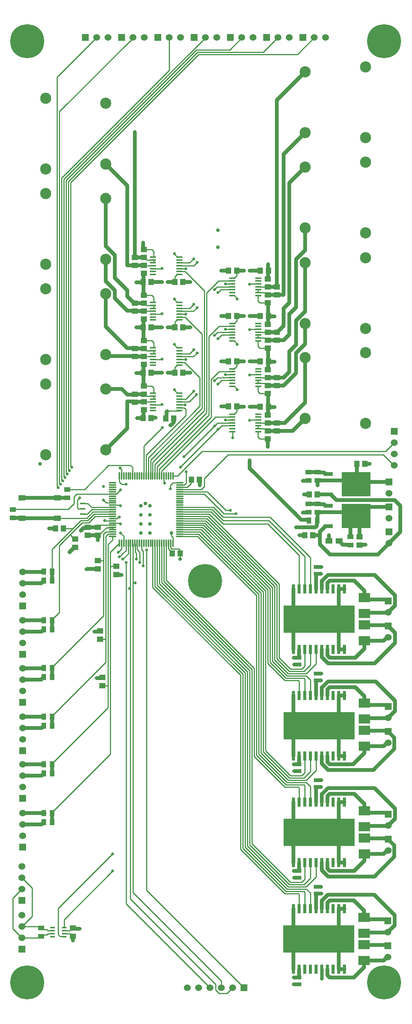
<source format=gtl>
G04*
G04 #@! TF.GenerationSoftware,Altium Limited,Altium Designer,19.0.14 (431)*
G04*
G04 Layer_Physical_Order=1*
G04 Layer_Color=255*
%FSLAX25Y25*%
%MOIN*%
G70*
G01*
G75*
%ADD10C,0.01000*%
%ADD30R,0.63000X0.24400*%
%ADD31R,0.02500X0.08300*%
%ADD44R,0.05512X0.01378*%
%ADD45R,0.03937X0.03543*%
%ADD46R,0.04528X0.05709*%
%ADD47R,0.05512X0.04134*%
%ADD48R,0.06102X0.05118*%
%ADD49R,0.25591X0.21654*%
%ADD50R,0.08268X0.03740*%
%ADD51R,0.04331X0.01575*%
%ADD52R,0.04724X0.01575*%
%ADD53R,0.09843X0.07874*%
%ADD54R,0.06000X0.05000*%
%ADD55R,0.05709X0.04528*%
%ADD56O,0.01181X0.07087*%
%ADD57O,0.07087X0.01181*%
%ADD58R,0.04134X0.05512*%
%ADD59C,0.03000*%
%ADD60C,0.03200*%
%ADD61C,0.06000*%
%ADD62R,0.06000X0.06000*%
%ADD63R,0.06000X0.06000*%
%ADD64C,0.30000*%
%ADD65C,0.09843*%
%ADD66C,0.03200*%
%ADD67C,0.02500*%
D10*
X143000Y821900D02*
Y851000D01*
X48000Y726900D02*
X143000Y821900D01*
X48000Y461000D02*
Y726900D01*
X169000Y836000D02*
X256100D01*
X271000Y850900D01*
Y851000D01*
X168000Y838000D02*
X226000D01*
X239000Y851000D01*
X196500Y840000D02*
X207000Y850500D01*
Y851000D01*
X174500Y850400D02*
Y851500D01*
X50000Y725900D02*
X174500Y850400D01*
X50000Y464000D02*
Y725900D01*
X109750Y849250D02*
X112250D01*
X46000Y785500D02*
X109750Y849250D01*
X46000Y458000D02*
Y785500D01*
X44000Y816000D02*
X79000Y851000D01*
X44000Y816000D02*
X44000Y455000D01*
X147843Y635488D02*
X147949Y635595D01*
X147843Y595366D02*
X148000Y595524D01*
X147843Y555366D02*
X148000Y555524D01*
X151917Y521716D02*
X152106Y521906D01*
X141385Y521716D02*
X151917D01*
X151909Y642028D02*
X152106D01*
X150039D02*
X151909D01*
X198468Y638811D02*
X200339D01*
X198272D02*
X198468D01*
X151909Y601905D02*
X152106D01*
X150039D02*
X151909D01*
X198468Y598811D02*
X200339D01*
X198272D02*
X198468D01*
X151909Y561905D02*
X152106D01*
X150039D02*
X151909D01*
X198468Y558811D02*
X200339D01*
X198272D02*
X198468D01*
Y518811D02*
X200339D01*
X198272D02*
X198468D01*
X341000Y473000D02*
Y474000D01*
X332000Y483000D02*
X341000Y474000D01*
X195000Y483000D02*
X332000D01*
X218000Y217000D02*
Y294500D01*
X140217Y372284D02*
X218000Y294500D01*
X140217Y372284D02*
Y404886D01*
X216000Y140000D02*
Y293500D01*
X138248Y371252D02*
X216000Y293500D01*
X138248Y371252D02*
Y404886D01*
X214000Y139000D02*
Y292500D01*
X136279Y370220D02*
X214000Y292500D01*
X136279Y370220D02*
Y404886D01*
X212000Y138000D02*
Y291500D01*
X134311Y369189D02*
X212000Y291500D01*
X134311Y369189D02*
Y404886D01*
X210000Y137000D02*
Y290500D01*
X132343Y368158D02*
X210000Y290500D01*
X132343Y368158D02*
Y404886D01*
X208000Y136000D02*
Y289500D01*
X130374Y367126D02*
X208000Y289500D01*
X130374Y367126D02*
Y404886D01*
X206000Y135000D02*
Y288500D01*
X128405Y366094D02*
X206000Y288500D01*
X128405Y366094D02*
Y404886D01*
X176520Y450480D02*
X193000Y434000D01*
X197000D01*
X191390Y431000D02*
X202000D01*
X199000Y498000D02*
Y502925D01*
X198468Y503457D02*
X199000Y502925D01*
X99600Y471111D02*
Y471200D01*
Y471111D02*
X100847Y469864D01*
Y464335D02*
Y469864D01*
X89201Y473500D02*
X109000D01*
X68181Y452480D02*
X89201Y473500D01*
X109000D02*
X110689Y471811D01*
X98878Y459122D02*
Y464335D01*
Y459122D02*
X101000Y457000D01*
X105000D01*
X110689Y464335D02*
Y471811D01*
X84900Y442900D02*
X87284Y440516D01*
X92776D01*
X168012Y410988D02*
X220000Y359000D01*
X152224Y410988D02*
X168012D01*
X169043Y412957D02*
X222000Y360000D01*
X152224Y412957D02*
X169043D01*
X108721Y91280D02*
Y365000D01*
Y404886D01*
X221236Y618563D02*
Y623457D01*
Y578563D02*
Y583457D01*
Y538563D02*
Y543457D01*
Y498563D02*
Y503457D01*
X129142Y657382D02*
Y662276D01*
Y617260D02*
Y622142D01*
Y577260D02*
Y582154D01*
Y537260D02*
Y541913D01*
X127492Y583803D02*
X129142Y582154D01*
X120492Y583803D02*
X127492D01*
X152106Y527024D02*
X157000D01*
X152106Y567024D02*
X157500D01*
X152106Y607024D02*
X157500D01*
X152106Y647146D02*
X157500D01*
X192500Y633693D02*
X198272D01*
X192500Y593693D02*
X198272D01*
X192500Y553693D02*
X198272D01*
X192500Y513693D02*
X198272D01*
X200272D01*
X198272Y593693D02*
X200272D01*
X198272Y553693D02*
X200272D01*
X202429Y640902D02*
Y645457D01*
X200339Y638811D02*
X202429Y640902D01*
X202500Y600973D02*
Y605386D01*
X202429Y605457D02*
X202500Y605386D01*
X200339Y598811D02*
X202500Y600973D01*
Y560972D02*
Y565386D01*
X202429Y565457D02*
X202500Y565386D01*
X200339Y558811D02*
X202500Y560972D01*
X202500Y520972D02*
Y525457D01*
X202429Y525528D02*
X202500Y525457D01*
X200339Y518811D02*
X202500Y520972D01*
X184000Y516252D02*
X198272D01*
X186000Y505457D02*
X189118Y508575D01*
X198272D01*
X183000Y508457D02*
X185677Y511134D01*
X198272D01*
X202599Y540744D02*
X202886Y540457D01*
X202599Y540744D02*
Y541196D01*
X200339Y543457D02*
X202599Y541196D01*
X198272Y543457D02*
X200339D01*
X186000Y545457D02*
X189118Y548575D01*
X198272D01*
X183000Y548457D02*
X185677Y551134D01*
X198272D01*
X186906Y556252D02*
X198272D01*
X202599Y580744D02*
X202886Y580457D01*
X202599Y580744D02*
Y581196D01*
X200339Y583457D02*
X202599Y581196D01*
X198272Y583457D02*
X200339D01*
X186000Y585457D02*
X189118Y588575D01*
X198272D01*
X183000Y588457D02*
X185677Y591134D01*
X198272D01*
X186906Y596252D02*
X198272D01*
X202599Y620744D02*
X202886Y620457D01*
X202599Y620744D02*
Y621197D01*
X200339Y623457D02*
X202599Y621197D01*
X198272Y623457D02*
X200339D01*
X186000Y626016D02*
X188559Y628575D01*
X198272D01*
X183000Y628766D02*
X185368Y631134D01*
X198272D01*
X186597Y636252D02*
X198272D01*
X141121Y521452D02*
X141385Y521716D01*
X122500Y482500D02*
X157500Y517500D01*
X122500Y464335D02*
Y482500D01*
X157500Y517500D02*
Y523000D01*
X148000Y555524D02*
Y559866D01*
X150039Y561905D01*
X147843Y555366D02*
X147949Y555260D01*
X148000Y595524D02*
Y599866D01*
X150039Y601905D01*
X147949Y635595D02*
Y639937D01*
X150039Y642028D01*
X156224Y524276D02*
X157500Y523000D01*
X152295Y524276D02*
X156224D01*
X152106Y524465D02*
X152295Y524276D01*
X147492Y540260D02*
X147779Y539973D01*
Y539520D02*
Y539973D01*
Y539520D02*
X150039Y537260D01*
X152106D01*
X160583Y529583D02*
X167000Y536000D01*
X152106Y529583D02*
X160583D01*
X157705Y532142D02*
X164563Y539000D01*
X152106Y532142D02*
X157705D01*
X152106Y564465D02*
X156672D01*
X147492Y580260D02*
X147779Y579973D01*
Y579520D02*
Y579973D01*
Y579520D02*
X150039Y577260D01*
X152106D01*
X164366Y569583D02*
X167563Y572780D01*
X152106Y569583D02*
X164366D01*
X160925Y572142D02*
X164563Y575779D01*
X152106Y572142D02*
X160925D01*
X147492Y620260D02*
X147779Y619973D01*
Y619520D02*
Y619973D01*
Y619520D02*
X150039Y617260D01*
X152106D01*
X164366Y609583D02*
X167563Y612780D01*
X152106Y609583D02*
X164366D01*
X160882Y612142D02*
X164520Y615779D01*
X152106Y612142D02*
X160882D01*
X152106Y604465D02*
X157000D01*
X152106Y644587D02*
X157000D01*
X150106Y649705D02*
X152106D01*
X164488D01*
X167563Y652779D01*
X150106Y652264D02*
X152106D01*
X161004D01*
X164520Y655780D01*
X147492Y659929D02*
Y660260D01*
Y659929D02*
X150039Y657382D01*
X152106D01*
X214122Y633693D02*
X221236D01*
Y626016D02*
X223500D01*
X221236D02*
Y628575D01*
X213886Y633457D02*
X214122Y633693D01*
X221236Y586016D02*
X223500D01*
X221236D02*
Y588575D01*
X213886Y593457D02*
X214122Y593693D01*
X221236D01*
X214122Y553693D02*
X221236D01*
Y546016D02*
X223500D01*
X221236D02*
Y548575D01*
X213886Y553457D02*
X214122Y553693D01*
X221236Y506016D02*
Y508575D01*
X214122Y513693D02*
X221236D01*
Y506016D02*
X223500D01*
X213886Y513457D02*
X214122Y513693D01*
X221236Y631134D02*
X223500D01*
X221236Y591134D02*
X223500D01*
X221236Y551134D02*
X223500D01*
X221236Y511134D02*
X223500D01*
Y631134D02*
X229654D01*
X223500Y626016D02*
X227323D01*
X223500Y586016D02*
X227268D01*
X223500Y591134D02*
X229654D01*
X223500Y551134D02*
X229654D01*
X223500Y546016D02*
X227268D01*
X223500Y506016D02*
X227268D01*
X223500Y511134D02*
X229795D01*
X129142Y652264D02*
Y654823D01*
X126878D02*
X129142D01*
X126878Y649705D02*
X129142D01*
X126878Y614701D02*
X129142D01*
Y612142D02*
Y614701D01*
X126878Y609583D02*
X129142D01*
X126878Y569583D02*
X129142D01*
Y572142D02*
Y574701D01*
X126878D02*
X129142D01*
X129130Y534713D02*
X129142Y534701D01*
Y532142D02*
Y534701D01*
X126878Y529583D02*
X129142D01*
X72000Y423000D02*
X77705Y428705D01*
X75642Y432642D02*
X92776D01*
X70142Y427142D02*
X75642Y432642D01*
X74532Y434610D02*
X92776D01*
X70547Y430626D02*
X74532Y434610D01*
X76673Y430673D02*
X92776D01*
X71000Y425000D02*
X76673Y430673D01*
X171327Y452327D02*
X174000Y455000D01*
X152224Y452327D02*
X171327D01*
X181905Y436579D02*
X190484Y428000D01*
X152224Y436579D02*
X181905D01*
X180890Y434610D02*
X190500Y425000D01*
X152224Y434610D02*
X180890D01*
X179858Y432642D02*
X190500Y422000D01*
X152224Y432642D02*
X179858D01*
X178327Y430673D02*
X240000Y369000D01*
X152224Y430673D02*
X178327D01*
X177295Y428705D02*
X238000Y368000D01*
X152224Y428705D02*
X177295D01*
X176264Y426736D02*
X236000Y367000D01*
X152224Y426736D02*
X176264D01*
X175232Y424768D02*
X234000Y366000D01*
X152224Y424768D02*
X175232D01*
X174201Y422799D02*
X232000Y365000D01*
X152224Y422799D02*
X174201D01*
X173169Y420831D02*
X230000Y364000D01*
X152224Y420831D02*
X173169D01*
X172138Y418862D02*
X228000Y363000D01*
X152224Y418862D02*
X172138D01*
X171106Y416894D02*
X226000Y362000D01*
X152224Y416894D02*
X171106D01*
X170000Y414925D02*
X224000Y360925D01*
X152224Y414925D02*
X170000D01*
X112492Y767492D02*
X112500Y767500D01*
X56000Y723000D02*
X169000Y836000D01*
X56000Y473000D02*
Y723000D01*
X54000Y724000D02*
X168000Y838000D01*
X52000Y725000D02*
X167000Y840000D01*
X54000Y470000D02*
Y724000D01*
X167000Y840000D02*
X196500D01*
X52000Y467000D02*
Y725000D01*
X144000Y456110D02*
X146122Y458232D01*
X144000Y453000D02*
Y456110D01*
X146122Y458232D02*
X152224D01*
X156000Y481457D02*
X183000Y508457D01*
X153000Y472457D02*
X186000Y505457D01*
X150335Y464335D02*
X172000Y486000D01*
X153000Y472000D02*
Y472457D01*
X146122Y464335D02*
X150335D01*
X172000Y486000D02*
X334000D01*
X108003Y365000D02*
X108721D01*
X105000Y388000D02*
X105000Y87000D01*
X179000Y13000D01*
X110811Y370000D02*
Y404764D01*
Y97075D02*
Y370000D01*
X113000D01*
X92776Y422799D02*
X98795D01*
X120531Y490531D02*
X137000Y507000D01*
X158000Y458000D02*
Y468000D01*
X139000Y458000D02*
Y458406D01*
X138248Y459158D02*
X139000Y458406D01*
X138248Y459158D02*
Y464335D01*
X59000Y446000D02*
X61390Y448390D01*
X92776D01*
X100000Y414000D02*
X102815Y411185D01*
Y404886D02*
Y411185D01*
X92776Y438547D02*
X99047D01*
X92776Y448390D02*
X96390D01*
X100000Y452000D01*
X145000Y411250D02*
X146122Y410128D01*
Y404886D02*
Y410128D01*
X145000Y411250D02*
Y414000D01*
X174000Y462000D02*
X195000Y483000D01*
X334000Y486000D02*
X341000Y493000D01*
X85000Y389543D02*
Y390000D01*
X86000Y425000D02*
X86232Y424768D01*
X92776D01*
X119949Y385000D02*
X120000Y385051D01*
X123000Y99000D02*
Y399000D01*
Y99000D02*
X209000Y13000D01*
X117000Y388000D02*
Y397000D01*
X120000Y385051D02*
Y398000D01*
X112811Y397189D02*
X114000Y396000D01*
Y391000D02*
Y396000D01*
X114626Y399374D02*
Y404886D01*
Y399374D02*
X117000Y397000D01*
X56000Y473000D02*
X57000Y472000D01*
X58000Y418000D02*
X65000Y425000D01*
X39740Y399740D02*
X58000Y418000D01*
X49543D02*
X58000D01*
X56000Y413000D02*
X66000Y423000D01*
X46000Y403000D02*
X56000Y413000D01*
Y411953D02*
Y413000D01*
Y411953D02*
X59409Y408543D01*
X60000D01*
X39740Y380000D02*
Y399740D01*
X85000Y390000D02*
Y413000D01*
Y340949D02*
Y389543D01*
X84543D02*
X85000Y390000D01*
X80000Y389543D02*
X84543D01*
X39740Y295689D02*
X85000Y340949D01*
X87000Y321000D02*
Y411000D01*
Y299949D02*
Y321000D01*
X86457Y320457D02*
X87000Y321000D01*
X82000Y320457D02*
X86457D01*
X39740Y252689D02*
X87000Y299949D01*
X89000Y280000D02*
Y404000D01*
Y259949D02*
Y280000D01*
X88457Y279457D02*
X89000Y280000D01*
X84000Y279457D02*
X88457D01*
X91000Y218949D02*
Y384000D01*
X39740Y210000D02*
Y210689D01*
Y167689D02*
X91000Y218949D01*
X89000Y404000D02*
X92776Y407776D01*
X39740Y167000D02*
Y167689D01*
X91000Y384000D02*
Y397000D01*
Y384000D02*
X91543Y384543D01*
X96099D01*
X46000Y343949D02*
Y403000D01*
X39740Y337689D02*
X46000Y343949D01*
X39740Y337000D02*
Y337689D01*
Y295000D02*
Y295689D01*
Y252000D02*
Y252689D01*
Y210689D02*
X89000Y259949D01*
X112811Y397189D02*
Y404732D01*
X112657Y404886D02*
X112811Y404732D01*
X118563Y399437D02*
X120000Y398000D01*
X118563Y399437D02*
Y404886D01*
X98000Y397000D02*
X100847Y399847D01*
Y404886D01*
X106752Y395752D02*
Y404886D01*
X102000Y391000D02*
X106752Y395752D01*
X99000Y393000D02*
X104783Y398783D01*
Y404886D01*
X91000Y397000D02*
X98878Y404878D01*
X87000Y411000D02*
X88957Y412957D01*
X86925Y414925D02*
X92776D01*
X85000Y413000D02*
X86925Y414925D01*
X5260Y435000D02*
X54000D01*
X5000Y434740D02*
X5260Y435000D01*
X54000D02*
X59000Y440000D01*
Y446000D01*
X62000Y436000D02*
Y442929D01*
X64000Y444929D01*
X62000Y436000D02*
X62650Y435350D01*
X66602D01*
Y430626D02*
X70547D01*
X77705Y428705D02*
X92776D01*
X71000Y440000D02*
X74421Y436579D01*
X92776D01*
X66677Y440000D02*
X71000D01*
X53000Y452480D02*
X68181D01*
X48000Y461000D02*
X49000Y460000D01*
X46000Y458000D02*
X47000Y457000D01*
X53000Y445000D02*
X53689D01*
X98713Y427713D02*
X99000Y428000D01*
X97693Y427713D02*
X98713D01*
X96716Y426736D02*
X97693Y427713D01*
X92776Y426736D02*
X96716D01*
X44000Y455000D02*
X45000Y454000D01*
X54000Y470000D02*
X55000Y469000D01*
X52000Y467000D02*
X53000Y466000D01*
X50000Y464000D02*
X51000Y463000D01*
X44248Y427142D02*
X70142D01*
X152347Y450480D02*
X176520D01*
X152224Y448390D02*
X174000D01*
X191390Y431000D01*
X45000Y83000D02*
X93000Y131000D01*
X45000Y59827D02*
Y83000D01*
Y59827D02*
X46453Y58374D01*
X49905D01*
X50118Y58161D01*
Y73149D02*
X93000Y116031D01*
X50118Y65839D02*
Y73149D01*
X57410Y58457D02*
X58000D01*
X55146Y60720D02*
X57410Y58457D01*
X50118Y60720D02*
X55146D01*
X57410Y65543D02*
X58000D01*
X55146Y63279D02*
X57410Y65543D01*
X50118Y63279D02*
X55146D01*
X35819Y60720D02*
X39882D01*
X34925Y59827D02*
X35819Y60720D01*
X31567Y59827D02*
X34925D01*
X30000Y58260D02*
X31567Y59827D01*
X35819Y63279D02*
X39882D01*
X34925Y64173D02*
X35819Y63279D01*
X31567Y64173D02*
X34925D01*
X30000Y65740D02*
X31567Y64173D01*
X28740Y57000D02*
X30000Y58260D01*
X13000Y57000D02*
X28740D01*
X28740Y67000D02*
X30000Y65740D01*
X13000Y67000D02*
X28740D01*
X5000Y65000D02*
Y92000D01*
X13000Y100000D01*
X5000Y65000D02*
X13000Y57000D01*
Y110000D02*
X22000Y101000D01*
Y76000D02*
Y101000D01*
X13000Y67000D02*
X22000Y76000D01*
X188886Y13114D02*
Y19000D01*
Y13114D02*
X189000Y13000D01*
X110811Y97075D02*
X188886Y19000D01*
X110689Y404886D02*
X110811Y404764D01*
X194000Y8000D02*
X199000Y13000D01*
X187000Y8000D02*
X194000D01*
X184000Y11000D02*
X187000Y8000D01*
X184000Y11000D02*
Y16000D01*
X108721Y91280D02*
X184000Y16000D01*
X174000Y455000D02*
Y462000D01*
X66000Y423000D02*
X72000D01*
X65000Y425000D02*
X71000D01*
X156386Y456386D02*
X158000Y458000D01*
X152347Y456386D02*
X156386D01*
X152224Y456264D02*
X152347Y456386D01*
X162252Y457795D02*
Y460795D01*
X158752Y454295D02*
X162252Y457795D01*
X152224Y454295D02*
X158752D01*
X152224Y450358D02*
X152347Y450480D01*
X267600Y364600D02*
Y392400D01*
X232000Y428000D02*
X267600Y392400D01*
X257500Y82600D02*
Y95414D01*
X256914Y96000D02*
X257500Y95414D01*
X245000Y96000D02*
X256914D01*
X267500Y82600D02*
Y96500D01*
X264000Y100000D02*
X267500Y96500D01*
X247000Y100000D02*
X264000D01*
Y102000D02*
X272600Y110600D01*
X248000Y102000D02*
X264000D01*
X262000Y104000D02*
X267600Y109600D01*
X249000Y104000D02*
X262000D01*
X260000Y106000D02*
X262600Y108600D01*
X250000Y106000D02*
X260000D01*
X206000Y135000D02*
X245000Y96000D01*
X210000Y137000D02*
X247000Y100000D01*
X212000Y138000D02*
X248000Y102000D01*
X214000Y139000D02*
X249000Y104000D01*
X216000Y140000D02*
X250000Y106000D01*
X218000Y217000D02*
X245000Y190000D01*
X220000Y218000D02*
Y359000D01*
Y218000D02*
X246000Y192000D01*
X222000Y219000D02*
X247000Y194000D01*
X222000Y219000D02*
Y360000D01*
X224000Y220000D02*
Y360925D01*
Y220000D02*
X248000Y196000D01*
X226000Y221000D02*
X249000Y198000D01*
X226000Y221000D02*
Y362000D01*
X228000Y222000D02*
Y363000D01*
Y222000D02*
X250000Y200000D01*
X230000Y299000D02*
X245000Y284000D01*
X230000Y299000D02*
Y364000D01*
X232000Y300000D02*
Y365000D01*
Y300000D02*
X246000Y286000D01*
X234000Y301000D02*
X247000Y288000D01*
X234000Y301000D02*
Y366000D01*
X236000Y302000D02*
Y367000D01*
Y302000D02*
X248000Y290000D01*
X238000Y303000D02*
X249000Y292000D01*
X238000Y303000D02*
Y368000D01*
X240000Y304000D02*
Y369000D01*
Y304000D02*
X250000Y294000D01*
X262500Y82600D02*
Y97414D01*
X261914Y98000D02*
X262500Y97414D01*
X246000Y98000D02*
X261914D01*
X208000Y136000D02*
X246000Y98000D01*
X272600Y110600D02*
Y123400D01*
X267600Y109600D02*
Y123400D01*
X262600Y108600D02*
Y123400D01*
X257600Y176600D02*
Y189400D01*
X257000Y190000D02*
X257600Y189400D01*
X245000Y190000D02*
X257000D01*
X152543Y391000D02*
Y396000D01*
X151957Y396586D02*
Y400000D01*
Y396586D02*
X152543Y396000D01*
X145000Y400000D02*
X151957D01*
X144276Y400724D02*
X145000Y400000D01*
X144276Y400724D02*
Y404764D01*
X144153Y404886D02*
X144276Y404764D01*
X145142Y395685D02*
Y396905D01*
X142185Y399862D02*
X145142Y396905D01*
X142185Y399862D02*
Y404886D01*
X262600Y176600D02*
Y191400D01*
X262000Y192000D02*
X262600Y191400D01*
X246000Y192000D02*
X262000D01*
X267600Y176600D02*
Y190400D01*
X264000Y194000D02*
X267600Y190400D01*
X247000Y194000D02*
X264000D01*
X249000Y198000D02*
X262000D01*
X250000Y200000D02*
X260000D01*
X264000Y196000D02*
X272600Y204600D01*
Y217400D01*
X248000Y196000D02*
X264000D01*
X262000Y198000D02*
X267600Y203600D01*
Y217400D01*
X260000Y200000D02*
X262600Y202600D01*
Y217400D01*
X257600Y270600D02*
Y283400D01*
X257000Y284000D02*
X257600Y283400D01*
X245000Y284000D02*
X257000D01*
X262600Y270600D02*
Y285400D01*
X262000Y286000D02*
X262600Y285400D01*
X246000Y286000D02*
X262000D01*
X267600Y270600D02*
Y284400D01*
X264000Y288000D02*
X267600Y284400D01*
X247000Y288000D02*
X264000D01*
Y290000D02*
X272600Y298600D01*
Y311400D01*
X248000Y290000D02*
X264000D01*
X262000Y292000D02*
X267600Y297600D01*
Y311400D01*
X249000Y292000D02*
X262000D01*
X250000Y294000D02*
X260000D01*
X262600Y296600D01*
Y311400D01*
X190500Y422000D02*
X229917D01*
X257600Y394317D01*
Y364600D02*
Y394317D01*
X190500Y425000D02*
X231000D01*
X262600Y393400D01*
Y364600D02*
Y393400D01*
X190484Y428000D02*
X232000D01*
X120531Y464335D02*
Y490531D01*
X121095Y663925D02*
X127492D01*
X170000Y526000D02*
Y551136D01*
X172000Y524000D02*
Y589465D01*
X174000Y522000D02*
Y627587D01*
X176000Y520000D02*
Y625655D01*
X178000Y518000D02*
Y587346D01*
X180000Y516000D02*
Y549346D01*
X186906Y556252D01*
X134311Y470311D02*
X180000Y516000D01*
X178000Y587346D02*
X186906Y596252D01*
X132343Y472342D02*
X178000Y518000D01*
X176000Y625655D02*
X186597Y636252D01*
X130374Y474374D02*
X176000Y520000D01*
X128405Y476405D02*
X174000Y522000D01*
X126437Y478437D02*
X172000Y524000D01*
X124469Y480469D02*
X170000Y526000D01*
X156672Y564465D02*
X170000Y551136D01*
X157000Y604465D02*
X172000Y589465D01*
X157000Y644587D02*
X174000Y627587D01*
X124469Y464335D02*
Y480469D01*
X126437Y464335D02*
Y478437D01*
X128405Y464335D02*
Y476405D01*
X130374Y464335D02*
Y474374D01*
X132343Y464335D02*
Y472342D01*
X134311Y464335D02*
Y470311D01*
X136402Y468653D02*
X184000Y516252D01*
X136402Y464457D02*
Y468653D01*
X136279Y464335D02*
X136402Y464457D01*
X136378Y647146D02*
X136492Y647260D01*
X129142Y647146D02*
X136378D01*
X136256Y607024D02*
X136492Y607260D01*
X129142Y607024D02*
X136256D01*
Y567024D02*
X136492Y567260D01*
X129142Y567024D02*
X136256D01*
Y527024D02*
X136492Y527260D01*
X129142Y527024D02*
X136256D01*
X229795Y511134D02*
X229972Y510957D01*
X229283Y504000D02*
X229874D01*
X227268Y506016D02*
X229283Y504000D01*
X222886Y496913D02*
X229874D01*
X221236Y498563D02*
X222886Y496913D01*
X229654Y551134D02*
X229874Y550913D01*
X229283Y544000D02*
X229874D01*
X227268Y546016D02*
X229283Y544000D01*
X222886Y536913D02*
X229874D01*
X221236Y538563D02*
X222886Y536913D01*
X229283Y584000D02*
X229874D01*
X227268Y586016D02*
X229283Y584000D01*
X229654Y591134D02*
X229874Y590913D01*
X222886Y576913D02*
X229874D01*
X221236Y578563D02*
X222886Y576913D01*
X229654Y631134D02*
X229874Y630913D01*
X229339Y624000D02*
X229929D01*
X227323Y626016D02*
X229339Y624000D01*
X222886Y616913D02*
X229929D01*
X221236Y618563D02*
X222886Y616913D01*
X147843Y635488D02*
X147949Y635382D01*
X147843Y595366D02*
X147949Y595260D01*
X127492Y663925D02*
X129142Y662276D01*
X120504Y656839D02*
X121095D01*
X123110Y654823D01*
X126878D01*
X120461Y649882D02*
X120638Y649705D01*
X126878D01*
X120504Y623791D02*
X127492D01*
X129142Y622142D01*
X120492Y609803D02*
X120713Y609583D01*
X126878D01*
X120449Y616760D02*
X121039D01*
X123098Y614701D01*
X126878D01*
X120492Y569803D02*
X120713Y569583D01*
X126878D01*
X120492Y576717D02*
X121083D01*
X123098Y574701D01*
X126878D01*
X120492Y543563D02*
X127492D01*
X129142Y541913D01*
X122256Y534713D02*
X129130D01*
X120492Y536476D02*
X122256Y534713D01*
X120713Y529583D02*
X126878D01*
X120492Y529803D02*
X120713Y529583D01*
X98878Y404878D02*
Y404886D01*
X92776Y407776D02*
Y410988D01*
X88957Y412957D02*
X92776D01*
X80590Y411957D02*
X87461Y418827D01*
X92741D01*
X80000Y411957D02*
X80590D01*
X92741Y418827D02*
X92776Y418862D01*
X162252Y460795D02*
X162457Y461000D01*
X66602Y440075D02*
X66677Y440000D01*
X92776Y416894D02*
Y418862D01*
X80000Y419043D02*
X80590D01*
X82378Y420831D01*
X92776D01*
D30*
X275000Y56000D02*
D03*
X275100Y338000D02*
D03*
Y244000D02*
D03*
Y150000D02*
D03*
D31*
X297500Y29400D02*
D03*
X292500D02*
D03*
X287500D02*
D03*
X282500D02*
D03*
X277500D02*
D03*
X272500D02*
D03*
X267500D02*
D03*
X262500D02*
D03*
X257500D02*
D03*
X252500D02*
D03*
Y82600D02*
D03*
X257500D02*
D03*
X262500D02*
D03*
X267500D02*
D03*
X272500D02*
D03*
X277500D02*
D03*
X282500D02*
D03*
X287500D02*
D03*
X292500D02*
D03*
X297500D02*
D03*
X297600Y364600D02*
D03*
X292600D02*
D03*
X287600D02*
D03*
X282600D02*
D03*
X277600D02*
D03*
X272600D02*
D03*
X267600D02*
D03*
X262600D02*
D03*
X257600D02*
D03*
X252600D02*
D03*
Y311400D02*
D03*
X257600D02*
D03*
X262600D02*
D03*
X267600D02*
D03*
X272600D02*
D03*
X277600D02*
D03*
X282600D02*
D03*
X287600D02*
D03*
X292600D02*
D03*
X297600D02*
D03*
Y270600D02*
D03*
X292600D02*
D03*
X287600D02*
D03*
X282600D02*
D03*
X277600D02*
D03*
X272600D02*
D03*
X267600D02*
D03*
X262600D02*
D03*
X257600D02*
D03*
X252600D02*
D03*
Y217400D02*
D03*
X257600D02*
D03*
X262600D02*
D03*
X267600D02*
D03*
X272600D02*
D03*
X277600D02*
D03*
X282600D02*
D03*
X287600D02*
D03*
X292600D02*
D03*
X297600D02*
D03*
Y176600D02*
D03*
X292600D02*
D03*
X287600D02*
D03*
X282600D02*
D03*
X277600D02*
D03*
X272600D02*
D03*
X267600D02*
D03*
X262600D02*
D03*
X257600D02*
D03*
X252600D02*
D03*
Y123400D02*
D03*
X257600D02*
D03*
X262600D02*
D03*
X267600D02*
D03*
X272600D02*
D03*
X277600D02*
D03*
X282600D02*
D03*
X287600D02*
D03*
X292600D02*
D03*
X297600D02*
D03*
D44*
X151909Y537260D02*
D03*
Y534701D02*
D03*
Y532142D02*
D03*
Y529583D02*
D03*
Y527024D02*
D03*
Y524465D02*
D03*
Y521906D02*
D03*
X128681Y521906D02*
D03*
Y524465D02*
D03*
Y527024D02*
D03*
Y529583D02*
D03*
Y532142D02*
D03*
Y534701D02*
D03*
Y537260D02*
D03*
Y577260D02*
D03*
Y574701D02*
D03*
Y572142D02*
D03*
Y569583D02*
D03*
Y567024D02*
D03*
Y564465D02*
D03*
Y561905D02*
D03*
X151909Y561905D02*
D03*
Y564465D02*
D03*
Y567024D02*
D03*
Y569583D02*
D03*
Y572142D02*
D03*
Y574701D02*
D03*
Y577260D02*
D03*
Y617260D02*
D03*
Y614701D02*
D03*
Y612142D02*
D03*
Y609583D02*
D03*
Y607024D02*
D03*
Y604465D02*
D03*
Y601905D02*
D03*
X128681Y601905D02*
D03*
Y604465D02*
D03*
Y607024D02*
D03*
Y609583D02*
D03*
Y612142D02*
D03*
Y614701D02*
D03*
Y617260D02*
D03*
Y657382D02*
D03*
Y654823D02*
D03*
Y652264D02*
D03*
Y649705D02*
D03*
Y647146D02*
D03*
Y644587D02*
D03*
Y642028D02*
D03*
X151909Y642028D02*
D03*
Y644587D02*
D03*
Y647146D02*
D03*
Y649705D02*
D03*
Y652264D02*
D03*
Y654823D02*
D03*
Y657382D02*
D03*
X198468Y623457D02*
D03*
Y626016D02*
D03*
Y628575D02*
D03*
Y631134D02*
D03*
Y633693D02*
D03*
Y636252D02*
D03*
Y638811D02*
D03*
X221697Y638811D02*
D03*
Y636252D02*
D03*
Y633693D02*
D03*
Y631134D02*
D03*
Y628575D02*
D03*
Y626016D02*
D03*
Y623457D02*
D03*
Y583457D02*
D03*
Y586016D02*
D03*
Y588575D02*
D03*
Y591134D02*
D03*
Y593693D02*
D03*
Y596252D02*
D03*
Y598811D02*
D03*
X198468Y598811D02*
D03*
Y596252D02*
D03*
Y593693D02*
D03*
Y591134D02*
D03*
Y588575D02*
D03*
Y586016D02*
D03*
Y583457D02*
D03*
Y543457D02*
D03*
Y546016D02*
D03*
Y548575D02*
D03*
Y551134D02*
D03*
Y553693D02*
D03*
Y556252D02*
D03*
Y558811D02*
D03*
X221697Y558811D02*
D03*
Y556252D02*
D03*
Y553693D02*
D03*
Y551134D02*
D03*
Y548575D02*
D03*
Y546016D02*
D03*
Y543457D02*
D03*
Y503457D02*
D03*
Y506016D02*
D03*
Y508575D02*
D03*
Y511134D02*
D03*
Y513693D02*
D03*
Y516252D02*
D03*
Y518811D02*
D03*
X198468Y518811D02*
D03*
Y516252D02*
D03*
Y513693D02*
D03*
Y511134D02*
D03*
Y508575D02*
D03*
Y506016D02*
D03*
Y503457D02*
D03*
D45*
X257500Y22150D02*
D03*
Y15850D02*
D03*
X272600Y377850D02*
D03*
Y384150D02*
D03*
X257600Y297850D02*
D03*
Y304150D02*
D03*
X272600Y290150D02*
D03*
Y283850D02*
D03*
X257600Y203850D02*
D03*
Y210150D02*
D03*
X272600Y196150D02*
D03*
Y189850D02*
D03*
X257600Y109850D02*
D03*
Y116150D02*
D03*
X272500Y102150D02*
D03*
Y95850D02*
D03*
D46*
X162457Y461000D02*
D03*
X169543D02*
D03*
X49543Y418000D02*
D03*
X42457D02*
D03*
X230429Y565457D02*
D03*
X223342D02*
D03*
X230429Y525457D02*
D03*
X223342D02*
D03*
X195343Y565457D02*
D03*
X202429D02*
D03*
X230429Y605457D02*
D03*
X223342D02*
D03*
X195343Y605457D02*
D03*
X202429D02*
D03*
X155035Y595260D02*
D03*
X147949D02*
D03*
X119949Y595260D02*
D03*
X127035D02*
D03*
X155035Y555260D02*
D03*
X147949D02*
D03*
X119949Y555260D02*
D03*
X127035D02*
D03*
X195343Y525528D02*
D03*
X202429D02*
D03*
X155035Y635382D02*
D03*
X147949D02*
D03*
X230429Y645457D02*
D03*
X223342D02*
D03*
X195343Y645457D02*
D03*
X202429D02*
D03*
X119949Y635382D02*
D03*
X127035D02*
D03*
X147043Y515000D02*
D03*
X139957D02*
D03*
X119949Y515260D02*
D03*
X127035D02*
D03*
X152543Y396000D02*
D03*
X145457D02*
D03*
X266457Y448024D02*
D03*
X273543D02*
D03*
X262457Y411957D02*
D03*
X269543D02*
D03*
X315543Y475000D02*
D03*
X308457D02*
D03*
D47*
X5000Y427260D02*
D03*
Y434740D02*
D03*
X303000Y403260D02*
D03*
Y410740D02*
D03*
X274000Y460260D02*
D03*
Y467740D02*
D03*
X266000Y467740D02*
D03*
Y460260D02*
D03*
X274000Y432260D02*
D03*
Y439740D02*
D03*
X266000Y439740D02*
D03*
Y432260D02*
D03*
X30000Y58260D02*
D03*
Y65740D02*
D03*
X53000Y445000D02*
D03*
Y452480D02*
D03*
D48*
X44248Y427142D02*
D03*
X12752D02*
D03*
X44248Y444858D02*
D03*
X12752D02*
D03*
D49*
X308071Y429000D02*
D03*
Y457000D02*
D03*
D50*
X283268Y420024D02*
D03*
Y437976D02*
D03*
Y448024D02*
D03*
Y465976D02*
D03*
D51*
X39882Y65839D02*
D03*
Y63279D02*
D03*
Y60720D02*
D03*
Y58161D02*
D03*
X50118Y65839D02*
D03*
Y63279D02*
D03*
Y60720D02*
D03*
Y58161D02*
D03*
D52*
X66602Y430626D02*
D03*
Y435350D02*
D03*
Y440075D02*
D03*
D53*
X315000Y37024D02*
D03*
Y51000D02*
D03*
X315124Y357000D02*
D03*
Y343024D02*
D03*
Y333000D02*
D03*
Y319024D02*
D03*
X315100Y263976D02*
D03*
Y250000D02*
D03*
Y226024D02*
D03*
Y240000D02*
D03*
Y168976D02*
D03*
Y155000D02*
D03*
Y145000D02*
D03*
Y131024D02*
D03*
X315024Y74976D02*
D03*
Y61000D02*
D03*
D54*
X284000Y407000D02*
D03*
X293000D02*
D03*
D55*
X80000Y382457D02*
D03*
Y389543D02*
D03*
X60000Y408543D02*
D03*
Y401457D02*
D03*
X82000Y320457D02*
D03*
Y327543D02*
D03*
X84000Y279457D02*
D03*
Y286543D02*
D03*
X96099Y384543D02*
D03*
Y377457D02*
D03*
X237777Y551000D02*
D03*
Y543913D02*
D03*
X229874Y558000D02*
D03*
Y550913D02*
D03*
X229874Y536913D02*
D03*
Y544000D02*
D03*
X237821Y591000D02*
D03*
Y583913D02*
D03*
X229874Y576913D02*
D03*
Y584000D02*
D03*
X229874Y598000D02*
D03*
Y590913D02*
D03*
X120492Y602717D02*
D03*
Y609803D02*
D03*
X112492Y609717D02*
D03*
Y616803D02*
D03*
X120492Y623803D02*
D03*
Y616717D02*
D03*
Y583803D02*
D03*
Y576717D02*
D03*
X120492Y562717D02*
D03*
Y569803D02*
D03*
X112557Y569717D02*
D03*
Y576803D02*
D03*
X237886Y631000D02*
D03*
Y623913D02*
D03*
X229929Y616913D02*
D03*
Y624000D02*
D03*
X229874Y638000D02*
D03*
Y630913D02*
D03*
X120504Y642839D02*
D03*
Y649925D02*
D03*
X112492Y649839D02*
D03*
Y656925D02*
D03*
X120504Y663925D02*
D03*
Y656839D02*
D03*
X120492Y543563D02*
D03*
Y536476D02*
D03*
X112492Y529260D02*
D03*
Y536346D02*
D03*
X120492Y522717D02*
D03*
Y529803D02*
D03*
X229929Y518000D02*
D03*
Y510913D02*
D03*
X237886Y511000D02*
D03*
Y503913D02*
D03*
X229874Y496913D02*
D03*
Y504000D02*
D03*
X311000Y403457D02*
D03*
Y410543D02*
D03*
X58000Y58457D02*
D03*
Y65543D02*
D03*
X80000Y419043D02*
D03*
Y411957D02*
D03*
X71000Y419043D02*
D03*
Y411957D02*
D03*
D56*
X98878Y464335D02*
D03*
X100847D02*
D03*
X102815D02*
D03*
X104783D02*
D03*
X106752D02*
D03*
X108721D02*
D03*
X110689D02*
D03*
X112657D02*
D03*
X114626D02*
D03*
X116595D02*
D03*
X118563D02*
D03*
X120531D02*
D03*
X122500D02*
D03*
X124469D02*
D03*
X126437D02*
D03*
X128405D02*
D03*
X130374D02*
D03*
X132343D02*
D03*
X134311D02*
D03*
X136279D02*
D03*
X138248D02*
D03*
X140217D02*
D03*
X142185D02*
D03*
X144153D02*
D03*
X146122D02*
D03*
Y404886D02*
D03*
X144153D02*
D03*
X142185D02*
D03*
X140217D02*
D03*
X138248D02*
D03*
X136279D02*
D03*
X134311D02*
D03*
X132343D02*
D03*
X130374D02*
D03*
X128405D02*
D03*
X126437D02*
D03*
X124469D02*
D03*
X122500D02*
D03*
X120531D02*
D03*
X118563D02*
D03*
X116595D02*
D03*
X114626D02*
D03*
X112657D02*
D03*
X110689D02*
D03*
X108721D02*
D03*
X106752D02*
D03*
X104783D02*
D03*
X102815D02*
D03*
X100847D02*
D03*
X98878D02*
D03*
D57*
X152224Y458232D02*
D03*
Y456264D02*
D03*
Y454295D02*
D03*
Y452327D02*
D03*
Y450358D02*
D03*
Y448390D02*
D03*
Y446421D02*
D03*
Y444453D02*
D03*
Y442484D02*
D03*
Y440516D02*
D03*
Y438547D02*
D03*
Y436579D02*
D03*
Y434610D02*
D03*
Y432642D02*
D03*
Y430673D02*
D03*
Y428705D02*
D03*
Y426736D02*
D03*
Y424768D02*
D03*
Y422799D02*
D03*
Y420831D02*
D03*
Y418862D02*
D03*
Y416894D02*
D03*
Y414925D02*
D03*
Y412957D02*
D03*
Y410988D02*
D03*
X92776D02*
D03*
Y412957D02*
D03*
Y414925D02*
D03*
Y416894D02*
D03*
Y418862D02*
D03*
Y420831D02*
D03*
Y422799D02*
D03*
Y424768D02*
D03*
Y426736D02*
D03*
Y428705D02*
D03*
Y430673D02*
D03*
Y432642D02*
D03*
Y434610D02*
D03*
Y436579D02*
D03*
Y438547D02*
D03*
Y440516D02*
D03*
Y442484D02*
D03*
Y444453D02*
D03*
Y446421D02*
D03*
Y448390D02*
D03*
Y450358D02*
D03*
Y452327D02*
D03*
Y454295D02*
D03*
Y456264D02*
D03*
Y458232D02*
D03*
D58*
X273740Y425000D02*
D03*
X266260D02*
D03*
X39740Y380000D02*
D03*
X32260D02*
D03*
X39740Y372000D02*
D03*
X32260D02*
D03*
X39740Y337000D02*
D03*
X32260D02*
D03*
X39740Y329000D02*
D03*
X32260D02*
D03*
X39740Y295000D02*
D03*
X32260D02*
D03*
Y287000D02*
D03*
X39740D02*
D03*
Y252000D02*
D03*
X32260D02*
D03*
X39740Y244000D02*
D03*
X32260D02*
D03*
X39740Y210000D02*
D03*
X32260D02*
D03*
X39740Y202000D02*
D03*
X32260D02*
D03*
X39740Y167000D02*
D03*
X32260D02*
D03*
X39740Y159000D02*
D03*
X32260D02*
D03*
D59*
X277600Y21000D02*
Y29300D01*
X277500Y29400D02*
X277600Y29300D01*
D60*
X280100Y338000D02*
X282000D01*
X275100D02*
X280100D01*
X282000D02*
X292600Y348600D01*
X282000Y338000D02*
X292600Y327400D01*
X280100Y244000D02*
X282000D01*
X275100D02*
X280100D01*
X282000D02*
X292600Y254600D01*
X282000Y244000D02*
X292600Y233400D01*
X280100Y150000D02*
X282000D01*
X275100D02*
X280100D01*
X282000D02*
X292600Y160600D01*
X282000Y150000D02*
X292600Y139400D01*
X281900Y56000D02*
X292500Y66600D01*
X281900Y56000D02*
X292500Y45400D01*
X280000Y56000D02*
X281900D01*
X275000D02*
X280000D01*
X265100Y338000D02*
X275100D01*
X263200D02*
X265100D01*
Y244000D02*
X275100D01*
X263200D02*
X265100D01*
X252600Y348600D02*
X263200Y338000D01*
X252600Y327400D02*
X263200Y338000D01*
X252600Y254600D02*
X263200Y244000D01*
X252600Y233400D02*
X263200Y244000D01*
X265100Y150000D02*
X275100D01*
X263200D02*
X265100D01*
X265000Y56000D02*
X275000D01*
X263100D02*
X265000D01*
X252600Y160600D02*
X263200Y150000D01*
X252600Y139400D02*
X263200Y150000D01*
X252500Y66600D02*
X263100Y56000D01*
X252500Y45400D02*
X263100Y56000D01*
X32260Y166500D02*
X32760D01*
X31793Y167000D02*
X32260Y166533D01*
X140621Y520952D02*
X141121Y521452D01*
X140621Y515664D02*
Y520952D01*
X139957Y515000D02*
X140621Y515664D01*
X144543Y509000D02*
X147043Y511500D01*
X144043Y509000D02*
X144543D01*
X147043Y511500D02*
Y515000D01*
X147949Y555260D02*
X147949Y555260D01*
X141492Y555260D02*
X147949D01*
Y595260D02*
X147949Y595260D01*
X141492Y595260D02*
X147949D01*
X147827Y635260D02*
X147949Y635382D01*
X112492Y656925D02*
Y767492D01*
X106000Y650000D02*
Y720331D01*
X87000Y739331D02*
X106000Y720331D01*
Y650000D02*
X112331D01*
X112492Y649839D01*
X81902Y327642D02*
X82000Y327543D01*
X81457Y327000D02*
X82000Y327543D01*
X77000Y327000D02*
X81457D01*
X81902Y320358D02*
X82000Y320457D01*
X213886Y471114D02*
Y478000D01*
X87000Y487331D02*
X106000Y506331D01*
Y530000D01*
X101126Y540874D02*
X106000Y536000D01*
X87000Y540874D02*
X101126D01*
X87000Y596000D02*
Y624874D01*
Y596000D02*
X106000Y577000D01*
X93000Y570000D02*
X106000D01*
X88271Y570060D02*
X92940D01*
X93000Y570000D01*
X87000Y571331D02*
X88271Y570060D01*
X238411Y591000D02*
X244000Y596589D01*
X237821Y591000D02*
X238411D01*
X106000Y622705D02*
Y628000D01*
Y622705D02*
X111902Y616803D01*
X112492D01*
X95000Y621000D02*
X106000Y610000D01*
X95000Y621000D02*
Y628000D01*
X87000Y636000D02*
X95000Y628000D01*
X87000Y636000D02*
Y655331D01*
X95000Y639000D02*
X106000Y628000D01*
X95000Y639000D02*
Y659000D01*
X87000Y667000D02*
X95000Y659000D01*
X87000Y667000D02*
Y708874D01*
X238000Y795543D02*
X263000Y820543D01*
X238000Y637000D02*
Y795543D01*
X244000Y748000D02*
X263000Y767000D01*
X244000Y624000D02*
Y748000D01*
X249000Y722543D02*
X263000Y736543D01*
X249000Y617000D02*
Y722543D01*
X244000Y612000D02*
X249000Y617000D01*
X244000Y596589D02*
Y612000D01*
X263000Y663331D02*
Y683000D01*
X255000Y655331D02*
X263000Y663331D01*
X255000Y613000D02*
Y655331D01*
X249000Y607000D02*
X255000Y613000D01*
X249000Y589000D02*
Y607000D01*
X244000Y584000D02*
X249000Y589000D01*
X263000Y609448D02*
Y652354D01*
X255000Y601448D02*
X263000Y609448D01*
X255000Y580000D02*
Y601448D01*
X249000Y574000D02*
X255000Y580000D01*
X249000Y556136D02*
Y574000D01*
X244000Y551136D02*
X249000Y556136D01*
X263000Y580636D02*
Y598811D01*
X255000Y572636D02*
X263000Y580636D01*
X255000Y555000D02*
Y572636D01*
X244000Y544000D02*
X255000Y555000D01*
X263000Y529000D02*
Y568543D01*
X245000Y511000D02*
X263000Y529000D01*
X245000Y504000D02*
X252000D01*
X263000Y515000D01*
X230000Y490000D02*
Y496787D01*
X229874Y496913D02*
X230000Y496787D01*
X230886Y525000D02*
X236000D01*
X230429Y525457D02*
X230886Y525000D01*
Y565000D02*
X236000D01*
X230429Y565457D02*
X230886Y565000D01*
Y605000D02*
X236000D01*
X230429Y605457D02*
X230886Y605000D01*
X230152Y645734D02*
Y651000D01*
Y645734D02*
X230429Y645457D01*
X120000Y664429D02*
Y670000D01*
Y664429D02*
X120504Y663925D01*
X114000Y635000D02*
X119567D01*
X119949Y635382D01*
X114000Y595260D02*
X119949D01*
X114000Y555000D02*
X119689D01*
X119949Y555260D01*
X35000Y444858D02*
X44248D01*
X12752D02*
X35000D01*
X58543Y65000D02*
X64000D01*
X58000Y65543D02*
X58543Y65000D01*
X255000Y419000D02*
X264000D01*
X271866D01*
X37000Y418000D02*
X42457D01*
X42457Y418000D01*
X55000Y397000D02*
Y397047D01*
X59409Y401457D01*
X60000D01*
X70000Y382000D02*
X70457Y382457D01*
X80000D01*
X79000Y286000D02*
X83457D01*
X84000Y286543D01*
X83902Y279358D02*
X84000Y279457D01*
X96099Y384543D02*
X96197Y384642D01*
X96099Y377457D02*
X96555Y377000D01*
X101000D01*
X49543Y418000D02*
X49642Y417902D01*
X39740Y372000D02*
Y380000D01*
X32260D02*
X32358Y380098D01*
X42358Y417902D02*
X42457Y418000D01*
X13500Y379500D02*
X13750Y379750D01*
X32010D01*
X32260Y380000D01*
X13500Y369500D02*
X29760D01*
X31104Y370844D01*
X31793D01*
X32260Y371311D01*
Y372000D01*
X13500Y327000D02*
X30260D01*
X31104Y327844D01*
X31793D01*
X32260Y328311D01*
Y329000D01*
X60000Y401457D02*
X60098Y401358D01*
X32260Y337000D02*
X32358Y337098D01*
X13500Y337000D02*
X13500Y337000D01*
X32260D01*
X60000Y408543D02*
X60098Y408642D01*
X39642Y337098D02*
X39740Y337000D01*
Y329000D02*
Y337000D01*
X32260Y295000D02*
X32358Y295098D01*
X32010Y294750D02*
X32260Y295000D01*
X80000Y382457D02*
X80098Y382358D01*
X80000Y389543D02*
X80098Y389642D01*
X39642Y295098D02*
X39740Y295000D01*
Y287000D02*
Y295000D01*
X13500Y294500D02*
X13750Y294750D01*
X32010D01*
X13500Y284500D02*
X29760D01*
X31104Y285844D01*
X31793D01*
X32260Y286311D01*
Y287000D01*
Y252000D02*
X32358Y252098D01*
X13500Y252000D02*
X13500Y252000D01*
X32260D01*
X13500Y242000D02*
X30260D01*
X31104Y242844D01*
X31793D01*
X32260Y243311D01*
Y244000D01*
X39642Y252098D02*
X39740Y252000D01*
Y244000D02*
Y252000D01*
X32260Y210000D02*
X32358Y210098D01*
X83902Y286642D02*
X84000Y286543D01*
X13500Y210000D02*
X13500Y210000D01*
X32260D01*
X13500Y200000D02*
X30260D01*
X31104Y200844D01*
X31793D01*
X32260Y201311D01*
Y202000D01*
X39642Y210098D02*
X39740Y210000D01*
Y202000D02*
Y210000D01*
X13500Y157000D02*
X30260D01*
X31104Y157844D01*
X31793D01*
X32260Y158311D01*
Y159000D01*
Y167000D02*
X32358Y167098D01*
X32260Y166500D02*
Y166533D01*
X13500Y167000D02*
X31793D01*
X13500Y167000D02*
X13500Y167000D01*
X39642Y167098D02*
X39740Y167000D01*
Y159000D02*
Y167000D01*
X5000Y427260D02*
X5059Y427201D01*
X12693D01*
X12752Y427142D01*
X52929Y444929D02*
X53000Y445000D01*
X44319Y444929D02*
X52929D01*
X44248Y444858D02*
X44319Y444929D01*
X13616Y427000D02*
X14000Y426616D01*
X65000Y416000D02*
X67379Y418379D01*
X80000Y407776D02*
Y411957D01*
X12610Y445000D02*
X12752Y444858D01*
X14000Y426616D02*
X14525Y427142D01*
X58000Y54513D02*
Y58457D01*
X58000Y58457D01*
X253000Y22000D02*
X257350D01*
X257500Y22150D01*
X303000Y410740D02*
Y423929D01*
X308071Y429000D01*
X306100Y372000D02*
X315100Y363000D01*
X284600Y372000D02*
X306100D01*
X315100Y357024D02*
Y363000D01*
X306024Y22000D02*
X315000Y30976D01*
X284500Y22000D02*
X306024D01*
X315000Y30976D02*
Y37024D01*
X14525Y427142D02*
X44248D01*
X67379Y418379D02*
X70336D01*
X71000Y419043D01*
X170000Y456000D02*
Y460543D01*
X169543Y461000D02*
X170000Y460543D01*
X253000Y116000D02*
X257450D01*
X257600Y116150D01*
X253000Y210000D02*
X257450D01*
X257600Y210150D01*
X253000Y304000D02*
X257450D01*
X257600Y304150D01*
X274000Y456000D02*
Y460260D01*
X274000Y460260D01*
X272650Y96000D02*
X277100D01*
X272500Y95850D02*
X272650Y96000D01*
X272750Y190000D02*
X277000D01*
X272600Y189850D02*
X272750Y190000D01*
Y284000D02*
X277000D01*
X272600Y283850D02*
X272750Y284000D01*
Y378000D02*
X277000D01*
X272600Y377850D02*
X272750Y378000D01*
X277600Y371500D02*
X283100Y377000D01*
X277600Y364600D02*
Y371500D01*
X314147Y344047D02*
X314171Y344024D01*
X283100Y377000D02*
X324100D01*
X337000Y404913D02*
X347000Y414913D01*
Y438000D01*
X342000Y443000D02*
X347000Y438000D01*
X290555Y443000D02*
X342000D01*
X311043Y403500D02*
X316150D01*
X311000Y403457D02*
X311043Y403500D01*
X308071Y429000D02*
X311000Y426071D01*
Y410543D02*
Y426071D01*
X261000Y460000D02*
X265740D01*
X285531Y448024D02*
X290555Y443000D01*
X283268Y448024D02*
X285531D01*
X315543Y475000D02*
X320000D01*
X315543Y475000D02*
X315543Y475000D01*
X308457Y457386D02*
X310071Y459000D01*
X308457Y457386D02*
Y475000D01*
X308071Y457000D02*
X308457Y457386D01*
X310071Y459000D02*
X337000D01*
X304811Y460260D02*
X308071Y457000D01*
X274000Y460260D02*
X304811D01*
X265740Y460000D02*
X266000Y460260D01*
X262000Y447957D02*
X266390D01*
X266457Y448024D01*
X273543Y448024D02*
X283268D01*
X273543Y448024D02*
X273543Y448024D01*
X258000Y412000D02*
X262413D01*
X262457Y411957D01*
X276000Y412000D02*
Y415020D01*
Y404000D02*
Y412000D01*
X269587D02*
X276000D01*
X269543Y411957D02*
X269587Y412000D01*
X281004Y465976D02*
X283268D01*
X279707Y467273D02*
X281004Y465976D01*
X274467Y467273D02*
X279707D01*
X274000Y467740D02*
X274467Y467273D01*
X274000Y467740D02*
X274000Y467740D01*
X266000Y467740D02*
X274000D01*
X327087Y395000D02*
X337000Y404913D01*
X285000Y395000D02*
X327087D01*
X276000Y404000D02*
X285000Y395000D01*
X276000Y415020D02*
X281004Y420024D01*
X283268D01*
X273273Y420408D02*
Y424533D01*
X271866Y419000D02*
X273273Y420408D01*
X261000Y432000D02*
X265740D01*
X273273Y424533D02*
X273740Y425000D01*
X254431Y430569D02*
X259393Y425607D01*
X265793D01*
X266260Y425140D01*
Y425000D02*
Y425140D01*
X273870Y432130D02*
X274000Y432260D01*
X273870Y425130D02*
Y432130D01*
X273740Y425000D02*
X273870Y425130D01*
X265740Y432000D02*
X266000Y432260D01*
X284000Y407000D02*
Y412000D01*
X296273Y403727D02*
X302533D01*
X303000Y403260D01*
X293000Y407000D02*
X296273Y403727D01*
X304811Y432260D02*
X308071Y429000D01*
X274000Y432260D02*
X304811D01*
X274000Y439740D02*
X274000Y439740D01*
X266000Y439740D02*
X274000D01*
X281004Y437976D02*
X283268D01*
X279707Y439273D02*
X281004Y437976D01*
X274467Y439273D02*
X279707D01*
X274000Y439740D02*
X274467Y439273D01*
X316071Y437000D02*
X337000D01*
X308071Y429000D02*
X316071Y437000D01*
X213886Y471114D02*
X254431Y430569D01*
X253000Y16000D02*
X257350D01*
X257500Y15850D01*
X253100Y110000D02*
X257450D01*
X253100Y204000D02*
X257450D01*
X257600Y203850D01*
X253100Y298000D02*
X257450D01*
X257600Y297850D01*
X272650Y102000D02*
X277000D01*
X272500Y102150D02*
X272650Y102000D01*
X272750Y196000D02*
X277100D01*
X272600Y196150D02*
X272750Y196000D01*
Y290000D02*
X277100D01*
X272600Y290150D02*
X272750Y290000D01*
Y384000D02*
X277100D01*
X272600Y384150D02*
X272750Y384000D01*
X257500Y22150D02*
Y29400D01*
X272500Y82600D02*
Y95850D01*
X335500Y50500D02*
X336000Y50000D01*
X282500Y24000D02*
X284500Y22000D01*
X282500Y24000D02*
Y29400D01*
X335242Y40000D02*
X336000D01*
X332266Y37024D02*
X335242Y40000D01*
X315000Y37024D02*
X332266D01*
X315500Y50500D02*
X335500D01*
X315000Y51000D02*
X315500Y50500D01*
X335500Y61500D02*
X336000Y62000D01*
X315524Y61500D02*
X335500D01*
X315024Y61000D02*
X315524Y61500D01*
X334600Y73400D02*
X336000Y72000D01*
X316600Y73400D02*
X334600D01*
X315024Y74976D02*
X316600Y73400D01*
X336000Y62000D02*
X342000Y68000D01*
Y77000D01*
X324000Y95000D02*
X342000Y77000D01*
X283000Y95000D02*
X324000D01*
X277500Y89500D02*
X283000Y95000D01*
X277500Y82600D02*
Y89500D01*
X315000Y75000D02*
Y81000D01*
Y75000D02*
X315024Y74976D01*
X306000Y90000D02*
X315000Y81000D01*
X284500Y90000D02*
X306000D01*
X282500Y88000D02*
X284500Y90000D01*
X282500Y82600D02*
Y88000D01*
X292500Y29400D02*
Y45400D01*
Y29400D02*
X297500D01*
X252500D02*
Y45400D01*
Y66600D02*
Y82600D01*
X292500Y66600D02*
Y82600D01*
X297500D01*
X272600Y176600D02*
Y189850D01*
X257600Y116150D02*
Y123400D01*
X336100Y144000D02*
X341700Y138400D01*
X335600Y144500D02*
X336100Y144000D01*
X341700Y128600D02*
Y138400D01*
X324100Y111000D02*
X341700Y128600D01*
X283100Y111000D02*
X324100D01*
X277600Y116500D02*
X283100Y111000D01*
X277600Y116500D02*
Y123400D01*
X315100Y125000D02*
Y131024D01*
X306100Y116000D02*
X315100Y125000D01*
X284600Y116000D02*
X306100D01*
X282600Y118000D02*
X284600Y116000D01*
X282600Y118000D02*
Y123400D01*
X252600Y160600D02*
Y176600D01*
Y123400D02*
Y139400D01*
X292600Y123400D02*
Y139400D01*
Y123400D02*
X297600D01*
X292600Y160600D02*
Y176600D01*
X297600D01*
X335342Y134000D02*
X336100D01*
X332366Y131024D02*
X335342Y134000D01*
X315100Y131024D02*
X332366D01*
X315600Y144500D02*
X335600D01*
X315100Y145000D02*
X315600Y144500D01*
X335600Y155500D02*
X336100Y156000D01*
X315600Y155500D02*
X335600D01*
X315100Y155000D02*
X315600Y155500D01*
X334700Y167400D02*
X336100Y166000D01*
X316676Y167400D02*
X334700D01*
X315100Y168976D02*
X316676Y167400D01*
X336100Y156000D02*
X342100Y162000D01*
Y171000D01*
X324100Y189000D02*
X342100Y171000D01*
X283100Y189000D02*
X324100D01*
X315100Y168976D02*
Y175000D01*
X306100Y184000D02*
X315100Y175000D01*
X284600Y184000D02*
X306100D01*
X277600Y183500D02*
X283100Y189000D01*
X277600Y176600D02*
Y183500D01*
X282600Y182000D02*
X284600Y184000D01*
X282600Y176600D02*
Y182000D01*
X272600Y270600D02*
Y283850D01*
X336100Y239000D02*
X341700Y233400D01*
X335600Y239500D02*
X336100Y239000D01*
X341700Y223600D02*
Y233400D01*
X323100Y205000D02*
X341700Y223600D01*
X283100Y205000D02*
X323100D01*
X277600Y210500D02*
X283100Y205000D01*
X277600Y210500D02*
Y217400D01*
X335600Y250500D02*
X336100Y251000D01*
X342100Y257000D01*
Y266000D01*
X325100Y283000D02*
X342100Y266000D01*
X283100Y283000D02*
X325100D01*
X284600Y278000D02*
X307100D01*
X284600Y210000D02*
X305124D01*
X277600Y277500D02*
X283100Y283000D01*
X277600Y270600D02*
Y277500D01*
X315100Y219976D02*
Y226024D01*
X305124Y210000D02*
X315100Y219976D01*
X282600Y212000D02*
X284600Y210000D01*
X282600Y212000D02*
Y217400D01*
Y276000D02*
X284600Y278000D01*
X335342Y229000D02*
X336100D01*
X332366Y226024D02*
X335342Y229000D01*
X315100Y226024D02*
X332366D01*
X315600Y239500D02*
X335600D01*
X315100Y240000D02*
X315600Y239500D01*
Y250500D02*
X335600D01*
X315100Y250000D02*
X315600Y250500D01*
X334700Y262400D02*
X336100Y261000D01*
X316676Y262400D02*
X334700D01*
X315100Y263976D02*
X316676Y262400D01*
X315100Y263976D02*
Y270000D01*
X307100Y278000D02*
X315100Y270000D01*
X282600Y270600D02*
Y276000D01*
X272600Y364600D02*
Y377850D01*
X336100Y332000D02*
X342100Y326000D01*
X335600Y332500D02*
X336100Y332000D01*
X342100Y317000D02*
Y326000D01*
X324100Y299000D02*
X342100Y317000D01*
X283100Y299000D02*
X324100D01*
X277600Y304500D02*
X283100Y299000D01*
X277600Y304500D02*
Y311400D01*
X335612Y343512D02*
X336100Y344000D01*
X342100Y350000D01*
Y359000D01*
X324100Y377000D02*
X342100Y359000D01*
X315124Y312000D02*
Y319024D01*
X307124Y304000D02*
X315124Y312000D01*
X284600Y304000D02*
X307124D01*
X282600Y306000D02*
X284600Y304000D01*
X282600Y306000D02*
Y311400D01*
X315100Y357024D02*
X315124Y357000D01*
X282600Y370000D02*
X284600Y372000D01*
X282600Y364600D02*
Y370000D01*
X315624Y332500D02*
X335600D01*
X315124Y333000D02*
X315624Y332500D01*
X335342Y322000D02*
X336100D01*
X332366Y319024D02*
X335342Y322000D01*
X315124Y319024D02*
X332366D01*
X334700Y355400D02*
X336100Y354000D01*
X316724Y355400D02*
X334700D01*
X315124Y357000D02*
X316724Y355400D01*
X315612Y343512D02*
X335612D01*
X315124Y343024D02*
X315612Y343512D01*
X257600Y210150D02*
Y217400D01*
Y304150D02*
Y311400D01*
X252600Y217400D02*
Y233400D01*
X292600Y217400D02*
Y233400D01*
Y217400D02*
X297600D01*
X292600Y254600D02*
Y270600D01*
X297600D01*
X252600Y254600D02*
Y270600D01*
X292600Y348600D02*
Y364600D01*
X297600D01*
X252600Y348600D02*
Y364600D01*
X292600Y311400D02*
X297600D01*
X292600D02*
Y327400D01*
X252600Y311400D02*
Y327400D01*
X106000Y610000D02*
X112209D01*
X112492Y609717D01*
X106000Y577000D02*
X112360D01*
X112557Y576803D01*
X106000Y570000D02*
X112274D01*
X112557Y569717D01*
X106000Y536000D02*
X112146D01*
X112492Y536346D01*
X106000Y530000D02*
X106076Y529924D01*
X111828D01*
X112492Y529260D01*
X238000Y631114D02*
Y637000D01*
X237886Y631000D02*
X238000Y631114D01*
X237972Y624000D02*
X244000D01*
X237886Y623913D02*
X237972Y624000D01*
X237907Y584000D02*
X244000D01*
X237821Y583913D02*
X237907Y584000D01*
X237914Y551136D02*
X244000D01*
X237777Y551000D02*
X237914Y551136D01*
X237864Y544000D02*
X244000D01*
X237777Y543913D02*
X237864Y544000D01*
X237886Y511000D02*
X245000D01*
X237886Y511000D02*
X237886Y511000D01*
X237972Y504000D02*
X245000D01*
X237886Y503913D02*
X237972Y504000D01*
X120504Y663925D02*
X121095D01*
X146379Y514336D02*
X147043Y515000D01*
X127307Y515531D02*
X131000D01*
X127035Y515260D02*
X127307Y515531D01*
X155035Y595260D02*
X161492D01*
X155035Y635382D02*
X161492D01*
X202500Y525457D02*
X208886D01*
X202429Y565457D02*
X208886D01*
X202429Y565457D02*
X202429Y565457D01*
Y605457D02*
X208886D01*
X202429Y645457D02*
X208886D01*
X202429Y645457D02*
X202429Y645457D01*
X141492Y635260D02*
X147827D01*
X120220Y543835D02*
X120492Y543563D01*
X120220Y543835D02*
Y554988D01*
X119949Y555260D02*
X120220Y554988D01*
Y584075D02*
X120492Y583803D01*
X120220Y584075D02*
Y594988D01*
X119949Y595260D02*
X120220Y594988D01*
Y624075D02*
X120492Y623803D01*
X120504Y623791D01*
X120220Y624075D02*
Y635110D01*
X119949Y635382D02*
X120220Y635110D01*
X229929Y616913D02*
X230179Y616663D01*
Y605707D02*
Y616663D01*
Y605707D02*
X230429Y605457D01*
X229874Y576913D02*
X230152Y576636D01*
Y565734D02*
Y576636D01*
Y565734D02*
X230429Y565457D01*
X229874Y536913D02*
X230152Y536636D01*
Y525734D02*
Y536636D01*
Y525734D02*
X230429Y525457D01*
X114492Y515260D02*
X119949D01*
X119949Y515260D01*
X213886Y525457D02*
X213886Y525457D01*
X223342D01*
X213886Y565457D02*
X213886Y565457D01*
X223342D01*
X213886Y605457D02*
X213886Y605457D01*
X223342D01*
X213886Y645457D02*
X213886Y645457D01*
X223342D01*
X136370Y635382D02*
X136492Y635260D01*
X127035Y635382D02*
X136370D01*
X136492Y595260D02*
X136492Y595260D01*
X127035Y595260D02*
X136492D01*
Y555260D02*
X136492Y555260D01*
X127035Y555260D02*
X136492D01*
X188886Y525528D02*
X195343D01*
X237842Y503957D02*
X237886Y503913D01*
X229917Y503957D02*
X237842D01*
X229874Y504000D02*
X229917Y503957D01*
X237842Y510957D02*
X237886Y511000D01*
X229972Y510957D02*
X237842D01*
X229929Y518000D02*
X230179Y518250D01*
Y525207D01*
X230429Y525457D01*
X188886Y565457D02*
X195343D01*
X237734Y543957D02*
X237777Y543913D01*
X229917Y543957D02*
X237734D01*
X229874Y544000D02*
X229917Y543957D01*
X237734Y550957D02*
X237777Y551000D01*
X229917Y550957D02*
X237734D01*
X229874Y550913D02*
X229917Y550957D01*
X229874Y558000D02*
X230152Y558278D01*
Y565179D01*
X230429Y565457D01*
X188886Y605457D02*
X195343D01*
X237777Y583957D02*
X237821Y583913D01*
X229917Y583957D02*
X237777D01*
X229874Y584000D02*
X229917Y583957D01*
X237777Y590957D02*
X237821Y591000D01*
X229917Y590957D02*
X237777D01*
X229874Y590913D02*
X229917Y590957D01*
X229874Y598000D02*
X230152Y598278D01*
Y605179D01*
X230429Y605457D01*
X188886Y645457D02*
X195343D01*
X229929Y624000D02*
X229972Y623957D01*
X237842D01*
X237886Y623913D01*
X237842Y630957D02*
X237886Y631000D01*
X229917Y630957D02*
X237842D01*
X229874Y630913D02*
X229917Y630957D01*
X229874Y638000D02*
X230152Y638278D01*
Y645179D01*
X230429Y645457D01*
X120226Y642561D02*
X120504Y642839D01*
X120226Y635660D02*
Y642561D01*
X119949Y635382D02*
X120226Y635660D01*
X112492Y656925D02*
X112535Y656882D01*
X120461D01*
X120504Y656839D01*
X112492Y649839D02*
X112535Y649882D01*
X120461D01*
X119949Y595260D02*
X120220Y595532D01*
Y602445D01*
X120492Y602717D01*
X112535Y616760D02*
X120449D01*
X112492Y616803D02*
X112535Y616760D01*
X112492Y609717D02*
X112535Y609760D01*
X120449D01*
X120492Y609803D01*
X155035Y555260D02*
X161492D01*
X112557Y576803D02*
X112600Y576760D01*
X120449D01*
X120492Y576717D01*
X112557Y569717D02*
X112600Y569760D01*
X120449D01*
X120492Y569803D01*
X120220Y562445D02*
X120492Y562717D01*
X120220Y555532D02*
Y562445D01*
X119949Y555260D02*
X120220Y555532D01*
Y522445D02*
X120492Y522717D01*
X120220Y515531D02*
Y522445D01*
X119949Y515260D02*
X120220Y515531D01*
X120427Y536411D02*
X120492Y536476D01*
X112557Y536411D02*
X120427D01*
X112492Y536346D02*
X112557Y536411D01*
X112492Y529260D02*
X112764Y529531D01*
X120220D01*
X120492Y529803D01*
X13500Y167000D02*
X14000Y166500D01*
X71000Y419043D02*
X80000D01*
X71000Y411957D02*
X80000D01*
D61*
X89000Y851000D02*
D03*
X79000D02*
D03*
X111000D02*
D03*
X121000D02*
D03*
X153000D02*
D03*
X143000D02*
D03*
X207000D02*
D03*
X217000D02*
D03*
X185000D02*
D03*
X175000D02*
D03*
X239000D02*
D03*
X249000D02*
D03*
X281000D02*
D03*
X271000D02*
D03*
X341500Y473500D02*
D03*
Y483500D02*
D03*
Y493500D02*
D03*
X13500Y359500D02*
D03*
Y369500D02*
D03*
Y379500D02*
D03*
X336100Y344000D02*
D03*
X337000Y449000D02*
D03*
X159000Y13000D02*
D03*
X169000D02*
D03*
X199000D02*
D03*
X189000D02*
D03*
X179000D02*
D03*
X13000Y57000D02*
D03*
Y67000D02*
D03*
Y77000D02*
D03*
Y100000D02*
D03*
Y110000D02*
D03*
Y120000D02*
D03*
X337000Y427000D02*
D03*
Y404913D02*
D03*
X336100Y322000D02*
D03*
Y251000D02*
D03*
Y229000D02*
D03*
Y156000D02*
D03*
Y134000D02*
D03*
X336000Y62000D02*
D03*
Y40000D02*
D03*
X13500Y337000D02*
D03*
Y327000D02*
D03*
Y317000D02*
D03*
Y294500D02*
D03*
Y284500D02*
D03*
Y274500D02*
D03*
Y252000D02*
D03*
Y242000D02*
D03*
Y232000D02*
D03*
Y210000D02*
D03*
Y200000D02*
D03*
Y190000D02*
D03*
Y167000D02*
D03*
Y157000D02*
D03*
Y147000D02*
D03*
D62*
X69000Y851000D02*
D03*
X101000D02*
D03*
X133000D02*
D03*
X197000D02*
D03*
X165000D02*
D03*
X229000D02*
D03*
X261000D02*
D03*
X209000Y13000D02*
D03*
D63*
X341500Y503500D02*
D03*
X13500Y349500D02*
D03*
X336100Y354000D02*
D03*
X337000Y459000D02*
D03*
X13000Y47000D02*
D03*
Y90000D02*
D03*
X337000Y437000D02*
D03*
Y414913D02*
D03*
X336100Y332000D02*
D03*
Y261000D02*
D03*
Y239000D02*
D03*
Y166000D02*
D03*
Y144000D02*
D03*
X336000Y72000D02*
D03*
Y50000D02*
D03*
X13500Y307000D02*
D03*
Y264500D02*
D03*
Y222000D02*
D03*
Y180000D02*
D03*
Y137000D02*
D03*
D64*
X174500Y371500D02*
D03*
X17500Y847500D02*
D03*
X332500D02*
D03*
Y17500D02*
D03*
X17500D02*
D03*
D65*
X316150Y510669D02*
D03*
Y572874D02*
D03*
X263000Y568543D02*
D03*
Y515000D02*
D03*
X33850Y545205D02*
D03*
Y483000D02*
D03*
X87000Y487331D02*
D03*
Y540874D02*
D03*
Y624874D02*
D03*
Y571331D02*
D03*
X33850Y567000D02*
D03*
Y629205D02*
D03*
Y713205D02*
D03*
Y651000D02*
D03*
X87000Y655331D02*
D03*
Y708874D02*
D03*
Y792874D02*
D03*
Y739331D02*
D03*
X33850Y735000D02*
D03*
Y797205D02*
D03*
X316150Y762669D02*
D03*
Y824874D02*
D03*
X263000Y820543D02*
D03*
Y767000D02*
D03*
Y683000D02*
D03*
Y736543D02*
D03*
X316150Y740874D02*
D03*
Y678669D02*
D03*
Y594480D02*
D03*
Y656685D02*
D03*
X263000Y652354D02*
D03*
Y598811D02*
D03*
D66*
X277600Y21000D02*
D03*
X112500Y767500D02*
D03*
X122000Y440000D02*
D03*
X145000Y414000D02*
D03*
X118000Y438000D02*
D03*
Y414000D02*
D03*
X126000Y438000D02*
D03*
Y430000D02*
D03*
Y422000D02*
D03*
Y414000D02*
D03*
X118000Y422000D02*
D03*
Y430000D02*
D03*
X77000Y327000D02*
D03*
X213886Y478000D02*
D03*
X230000Y490000D02*
D03*
X236000Y525000D02*
D03*
Y565000D02*
D03*
Y605000D02*
D03*
X230152Y651000D02*
D03*
X120000Y670000D02*
D03*
X114000Y635000D02*
D03*
Y595260D02*
D03*
Y555000D02*
D03*
X29000Y475000D02*
D03*
X35000Y444858D02*
D03*
X186000Y681000D02*
D03*
Y666000D02*
D03*
X64000Y65000D02*
D03*
X136492Y555260D02*
D03*
Y595260D02*
D03*
X136492Y635260D02*
D03*
X213886Y645457D02*
D03*
Y605457D02*
D03*
Y565457D02*
D03*
X213886Y525457D02*
D03*
X141121Y521452D02*
D03*
X141492Y555260D02*
D03*
Y595260D02*
D03*
Y635260D02*
D03*
X208886Y645457D02*
D03*
Y605457D02*
D03*
Y565457D02*
D03*
Y525457D02*
D03*
X255000Y419000D02*
D03*
X264000D02*
D03*
X37000Y418000D02*
D03*
X55000Y397000D02*
D03*
X70000Y382000D02*
D03*
X101000Y377000D02*
D03*
X79000Y286000D02*
D03*
X65000Y416000D02*
D03*
X80000Y407776D02*
D03*
X253000Y22000D02*
D03*
X292500Y47000D02*
D03*
X114492Y515260D02*
D03*
X131000Y515531D02*
D03*
X170000Y456000D02*
D03*
X253000Y116000D02*
D03*
Y210000D02*
D03*
Y304000D02*
D03*
X274000Y456000D02*
D03*
X277100Y96000D02*
D03*
X277000Y190000D02*
D03*
Y284000D02*
D03*
Y378000D02*
D03*
X152543Y391000D02*
D03*
X316150Y403500D02*
D03*
X320000Y475000D02*
D03*
X261000Y460000D02*
D03*
X262000Y447957D02*
D03*
X258000Y412000D02*
D03*
X261000Y432000D02*
D03*
X284000Y412000D02*
D03*
X253000Y16000D02*
D03*
X253100Y110000D02*
D03*
Y204000D02*
D03*
Y298000D02*
D03*
X277000Y102000D02*
D03*
X277100Y196000D02*
D03*
Y290000D02*
D03*
Y384000D02*
D03*
X280000Y65000D02*
D03*
Y56000D02*
D03*
Y47000D02*
D03*
X265000D02*
D03*
Y56000D02*
D03*
Y65000D02*
D03*
X252500Y56000D02*
D03*
X292500D02*
D03*
Y65000D02*
D03*
X252500Y47000D02*
D03*
Y65000D02*
D03*
X265100Y159000D02*
D03*
Y150000D02*
D03*
Y141000D02*
D03*
X280100D02*
D03*
Y150000D02*
D03*
Y159000D02*
D03*
X292600Y150000D02*
D03*
Y159000D02*
D03*
Y141000D02*
D03*
X252600D02*
D03*
Y150000D02*
D03*
Y159000D02*
D03*
X280100Y253000D02*
D03*
Y244000D02*
D03*
Y235000D02*
D03*
X265100D02*
D03*
Y244000D02*
D03*
Y253000D02*
D03*
X292600Y235000D02*
D03*
Y244000D02*
D03*
Y253000D02*
D03*
X252600Y244000D02*
D03*
Y235000D02*
D03*
Y253000D02*
D03*
X280100Y347000D02*
D03*
X265100D02*
D03*
X280100Y329000D02*
D03*
X265100D02*
D03*
X280100Y338000D02*
D03*
X265100D02*
D03*
X292600D02*
D03*
Y347000D02*
D03*
Y329000D02*
D03*
X252600Y338000D02*
D03*
Y329000D02*
D03*
Y347000D02*
D03*
X144043Y509000D02*
D03*
D67*
X197000Y434000D02*
D03*
X202000Y431000D02*
D03*
X199000Y498000D02*
D03*
X99600Y471200D02*
D03*
X84900Y442900D02*
D03*
X157000Y527024D02*
D03*
X157500Y567024D02*
D03*
Y607024D02*
D03*
Y647146D02*
D03*
X192500Y633693D02*
D03*
Y593693D02*
D03*
Y553693D02*
D03*
Y513693D02*
D03*
X186000Y626016D02*
D03*
X183000Y628766D02*
D03*
X213886Y633457D02*
D03*
Y593457D02*
D03*
X186000Y585457D02*
D03*
X183000Y588457D02*
D03*
X186000Y545457D02*
D03*
X183000Y548457D02*
D03*
X213886Y553457D02*
D03*
Y513457D02*
D03*
X186000Y505457D02*
D03*
X183000Y508457D02*
D03*
X164520Y655780D02*
D03*
X167563Y652779D02*
D03*
X164520Y615779D02*
D03*
X167563Y612780D02*
D03*
Y572780D02*
D03*
X164563Y575779D02*
D03*
Y539000D02*
D03*
X167000Y536000D02*
D03*
X85000Y455000D02*
D03*
X156000Y481457D02*
D03*
X108003Y365000D02*
D03*
X153000Y472000D02*
D03*
X113000Y370000D02*
D03*
X100000Y422000D02*
D03*
X137000Y507000D02*
D03*
X158000Y468000D02*
D03*
X139000Y458000D02*
D03*
X105000Y457000D02*
D03*
X100000Y414000D02*
D03*
Y438000D02*
D03*
Y452000D02*
D03*
X144000Y453000D02*
D03*
X86000Y425000D02*
D03*
X136492Y647260D02*
D03*
Y607260D02*
D03*
Y567260D02*
D03*
Y527260D02*
D03*
X119949Y385000D02*
D03*
X117000Y388000D02*
D03*
X123000Y399000D02*
D03*
X114000Y391000D02*
D03*
X98000Y397000D02*
D03*
X102000Y391000D02*
D03*
X99000Y393000D02*
D03*
X105000Y388000D02*
D03*
X64000Y444929D02*
D03*
X49000Y460000D02*
D03*
X47000Y457000D02*
D03*
X99000Y428000D02*
D03*
X45000Y454000D02*
D03*
X57000Y472000D02*
D03*
X55000Y469000D02*
D03*
X53000Y466000D02*
D03*
X51000Y463000D02*
D03*
X93000Y131000D02*
D03*
Y116031D02*
D03*
X58000Y54513D02*
D03*
X161492Y595260D02*
D03*
Y635382D02*
D03*
X202886Y540457D02*
D03*
Y580457D02*
D03*
Y620457D02*
D03*
X147492Y660260D02*
D03*
Y620260D02*
D03*
Y580260D02*
D03*
Y540260D02*
D03*
X188886Y525528D02*
D03*
Y565457D02*
D03*
Y605457D02*
D03*
Y645457D02*
D03*
X161492Y555260D02*
D03*
M02*

</source>
